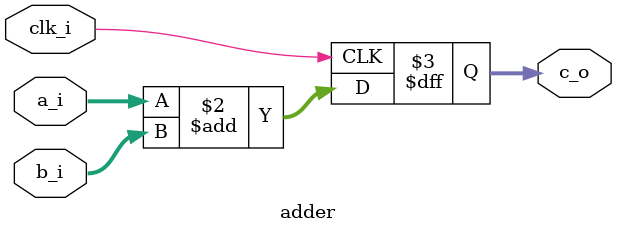
<source format=sv>
module adder(
  input wire clk_i,
  input wire [7:0] a_i,
  input wire [7:0] b_i,
  output reg [8:0] c_o
);

always_ff @(posedge clk_i) begin
  c_o <= a_i + b_i;
end

endmodule

</source>
